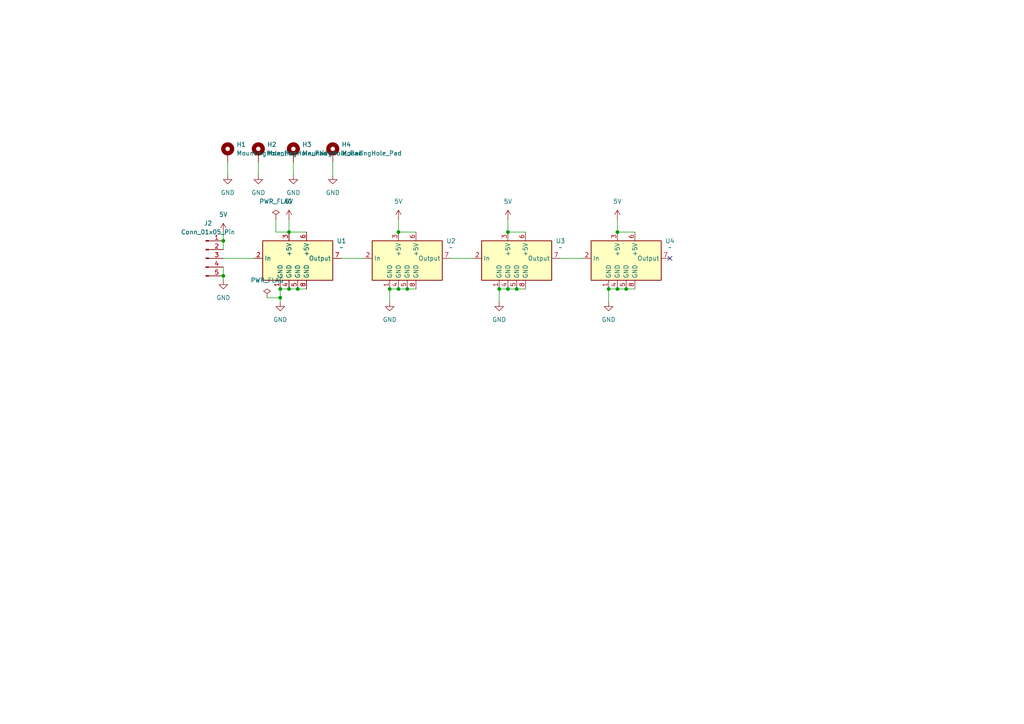
<source format=kicad_sch>
(kicad_sch (version 20231120) (generator "eeschema") (generator_version "8.0")
  (paper "A4")
  (lib_symbols
    (symbol "Connector:Conn_01x05_Pin" (pin_names (offset 1.016) hide)
      (property "Reference" "J" (at 0 7.62 0))
      (property "Value" "Conn_01x05_Pin" (at 0 -7.62 0))
      (symbol "Conn_01x05_Pin_1_1"
        (polyline (pts (xy 1.27 -5.08) (xy 0.8636 -5.08)) (stroke (width 0.1524)))
        (polyline (pts (xy 1.27 -2.54) (xy 0.8636 -2.54)) (stroke (width 0.1524)))
        (polyline (pts (xy 1.27 0) (xy 0.8636 0)) (stroke (width 0.1524)))
        (polyline (pts (xy 1.27 2.54) (xy 0.8636 2.54)) (stroke (width 0.1524)))
        (polyline (pts (xy 1.27 5.08) (xy 0.8636 5.08)) (stroke (width 0.1524)))
        (rectangle (start 0.8636 -4.953) (end 0 -5.207) (stroke (width 0.1524)) (fill (type outline)))
        (rectangle (start 0.8636 -2.413) (end 0 -2.667) (stroke (width 0.1524)) (fill (type outline)))
        (rectangle (start 0.8636 0.127) (end 0 -0.127) (stroke (width 0.1524)) (fill (type outline)))
        (rectangle (start 0.8636 2.667) (end 0 2.413) (stroke (width 0.1524)) (fill (type outline)))
        (rectangle (start 0.8636 5.207) (end 0 4.953) (stroke (width 0.1524)) (fill (type outline)))
        (pin passive line (at 5.08 5.08 180) (length 3.81) (name "Pin_1") (number "1"))
        (pin passive line (at 5.08 2.54 180) (length 3.81) (name "Pin_2") (number "2"))
        (pin passive line (at 5.08 0 180) (length 3.81) (name "Pin_3") (number "3"))
        (pin passive line (at 5.08 -2.54 180) (length 3.81) (name "Pin_4") (number "4"))
        (pin passive line (at 5.08 -5.08 180) (length 3.81) (name "Pin_5") (number "5"))
      )
    )
    (symbol "Mechanical:MountingHole_Pad" (pin_numbers hide) (pin_names (offset 1.016) hide) (exclude_from_sim yes) (in_bom no)
      (property "Reference" "H" (at 0 6.35 0))
      (property "Value" "MountingHole_Pad" (at 0 4.445 0))
      (symbol "MountingHole_Pad_0_1"
        (circle (center 0 1.27) (radius 1.27) (stroke (width 1.27)))
      )
      (symbol "MountingHole_Pad_1_1"
        (pin input line (at 0 -2.54 90) (length 2.54) (name "1") (number "1"))
      )
    )
    (symbol "WS2812b_4x4_Matrix_1"
      (property "Reference" "U" (at 0 -36.83 0))
      (symbol "WS2812b_4x4_Matrix_1_0_1"
        (rectangle (start -10.16 -44.45) (end 10.16 -55.88) (stroke (width 0.254)) (fill (type background)))
      )
      (symbol "WS2812b_4x4_Matrix_1_1_1"
        (pin power_in line (at -5.08 -58.42 90) (length 2.54) (name "GND") (number "1"))
        (pin input line (at -12.7 -49.53 0) (length 2.54) (name "In") (number "2"))
        (pin power_in line (at -2.54 -41.91 270) (length 2.54) (name "+5V") (number "3"))
        (pin power_in line (at -2.54 -58.42 90) (length 2.54) (name "GND") (number "4"))
        (pin power_in line (at 0 -58.42 90) (length 2.54) (name "GND") (number "5"))
        (pin power_in line (at 2.54 -41.91 270) (length 2.54) (name "+5V") (number "6"))
        (pin output line (at 12.7 -49.53 180) (length 2.54) (name "Output") (number "7"))
        (pin power_in line (at 2.54 -58.42 90) (length 2.54) (name "GND") (number "8"))
      )
    )
    (symbol "WS2812b_4x4_Matrix_2"
      (property "Reference" "U" (at 0 -36.83 0))
      (symbol "WS2812b_4x4_Matrix_2_0_1"
        (rectangle (start -10.16 -44.45) (end 10.16 -55.88) (stroke (width 0.254)) (fill (type background)))
      )
      (symbol "WS2812b_4x4_Matrix_2_1_1"
        (pin power_in line (at -5.08 -58.42 90) (length 2.54) (name "GND") (number "1"))
        (pin input line (at -12.7 -49.53 0) (length 2.54) (name "In") (number "2"))
        (pin power_in line (at -2.54 -41.91 270) (length 2.54) (name "+5V") (number "3"))
        (pin power_in line (at -2.54 -58.42 90) (length 2.54) (name "GND") (number "4"))
        (pin power_in line (at 0 -58.42 90) (length 2.54) (name "GND") (number "5"))
        (pin power_in line (at 2.54 -41.91 270) (length 2.54) (name "+5V") (number "6"))
        (pin output line (at 12.7 -49.53 180) (length 2.54) (name "Output") (number "7"))
        (pin power_in line (at 2.54 -58.42 90) (length 2.54) (name "GND") (number "8"))
      )
    )
    (symbol "WS2812b_4x4_Matrix_3"
      (property "Reference" "U" (at 0 -36.83 0))
      (symbol "WS2812b_4x4_Matrix_3_0_1"
        (rectangle (start -10.16 -44.45) (end 10.16 -55.88) (stroke (width 0.254)) (fill (type background)))
      )
      (symbol "WS2812b_4x4_Matrix_3_1_1"
        (pin power_in line (at -5.08 -58.42 90) (length 2.54) (name "GND") (number "1"))
        (pin input line (at -12.7 -49.53 0) (length 2.54) (name "In") (number "2"))
        (pin power_in line (at -2.54 -41.91 270) (length 2.54) (name "+5V") (number "3"))
        (pin power_in line (at -2.54 -58.42 90) (length 2.54) (name "GND") (number "4"))
        (pin power_in line (at 0 -58.42 90) (length 2.54) (name "GND") (number "5"))
        (pin power_in line (at 2.54 -41.91 270) (length 2.54) (name "+5V") (number "6"))
        (pin output line (at 12.7 -49.53 180) (length 2.54) (name "Output") (number "7"))
        (pin power_in line (at 2.54 -58.42 90) (length 2.54) (name "GND") (number "8"))
      )
    )
    (symbol "my_library:WS2812b_4x4_Matrix"
      (property "Reference" "U" (at 0 -36.83 0))
      (symbol "WS2812b_4x4_Matrix_0_1"
        (rectangle (start -10.16 -44.45) (end 10.16 -55.88) (stroke (width 0.254)) (fill (type background)))
      )
      (symbol "WS2812b_4x4_Matrix_1_1"
        (pin power_in line (at -5.08 -58.42 90) (length 2.54) (name "GND") (number "1"))
        (pin input line (at -12.7 -49.53 0) (length 2.54) (name "In") (number "2"))
        (pin power_in line (at -2.54 -41.91 270) (length 2.54) (name "+5V") (number "3"))
        (pin power_in line (at -2.54 -58.42 90) (length 2.54) (name "GND") (number "4"))
        (pin power_in line (at 0 -58.42 90) (length 2.54) (name "GND") (number "5"))
        (pin power_in line (at 2.54 -41.91 270) (length 2.54) (name "+5V") (number "6"))
        (pin output line (at 12.7 -49.53 180) (length 2.54) (name "Output") (number "7"))
        (pin power_in line (at 2.54 -58.42 90) (length 2.54) (name "GND") (number "8"))
      )
    )
    (symbol "power:GND" (power) (pin_numbers hide) (pin_names (offset 0) hide)
      (property "Value" "GND" (at 0 -3.81 0))
      (symbol "GND_0_1"
        (polyline (pts (xy 0 0) (xy 0 -1.27) (xy 1.27 -1.27) (xy 0 -2.54) (xy -1.27 -1.27) (xy 0 -1.27)))
      )
      (symbol "GND_1_1"
        (pin power_in line (at 0 0 270) (length 0) (name "~") (number "1"))
      )
    )
    (symbol "power:PWR_FLAG" (power) (pin_numbers hide) (pin_names (offset 0) hide)
      (property "Value" "PWR_FLAG" (at 0 3.81 0))
      (symbol "PWR_FLAG_0_0"
        (pin power_out line (at 0 0 90) (length 0) (name "~") (number "1"))
      )
      (symbol "PWR_FLAG_0_1"
        (polyline (pts (xy 0 0) (xy 0 1.27) (xy -1.016 1.905) (xy 0 2.54) (xy 1.016 1.905) (xy 0 1.27)))
      )
    )
    (symbol "power:VCC" (power) (pin_numbers hide) (pin_names (offset 0) hide)
      (property "Value" "VCC" (at 0 3.556 0))
      (symbol "VCC_0_1"
        (polyline (pts (xy -0.762 1.27) (xy 0 2.54)))
        (polyline (pts (xy 0 0) (xy 0 2.54)))
        (polyline (pts (xy 0 2.54) (xy 0.762 1.27)))
      )
      (symbol "VCC_1_1"
        (pin power_in line (at 0 0 90) (length 0) (name "~") (number "1"))
      )
    )
  )
  (junction (at 83.82 83.82))
  (junction (at 181.61 83.82))
  (junction (at 115.57 67.31))
  (junction (at 149.86 83.82))
  (junction (at 81.28 86.36))
  (junction (at 64.77 69.85))
  (junction (at 144.78 83.82))
  (junction (at 179.07 67.31))
  (junction (at 81.28 83.82))
  (junction (at 115.57 83.82))
  (junction (at 147.32 83.82))
  (junction (at 147.32 67.31))
  (junction (at 113.03 83.82))
  (junction (at 83.82 67.31))
  (junction (at 176.53 83.82))
  (junction (at 64.77 80.01))
  (junction (at 118.11 83.82))
  (junction (at 179.07 83.82))
  (junction (at 86.36 83.82))
  (no_connect (at 194.31 74.93))
  (wire (pts (xy 83.82 63.5) (xy 83.82 67.31)))
  (wire (pts (xy 64.77 74.93) (xy 73.66 74.93)))
  (wire (pts (xy 64.77 80.01) (xy 64.77 81.28)))
  (wire (pts (xy 99.06 74.93) (xy 105.41 74.93)))
  (wire (pts (xy 179.07 63.5) (xy 179.07 67.31)))
  (wire (pts (xy 96.52 46.99) (xy 96.52 50.8)))
  (wire (pts (xy 115.57 83.82) (xy 118.11 83.82)))
  (wire (pts (xy 176.53 83.82) (xy 179.07 83.82)))
  (wire (pts (xy 64.77 69.85) (xy 64.77 72.39)))
  (wire (pts (xy 66.04 46.99) (xy 66.04 50.8)))
  (wire (pts (xy 115.57 63.5) (xy 115.57 67.31)))
  (wire (pts (xy 80.01 63.5) (xy 80.01 67.31)))
  (wire (pts (xy 118.11 83.82) (xy 120.65 83.82)))
  (wire (pts (xy 179.07 67.31) (xy 184.15 67.31)))
  (wire (pts (xy 85.09 46.99) (xy 85.09 50.8)))
  (wire (pts (xy 181.61 83.82) (xy 184.15 83.82)))
  (wire (pts (xy 130.81 74.93) (xy 137.16 74.93)))
  (wire (pts (xy 144.78 83.82) (xy 144.78 87.63)))
  (wire (pts (xy 162.56 74.93) (xy 168.91 74.93)))
  (wire (pts (xy 64.77 67.31) (xy 64.77 69.85)))
  (wire (pts (xy 64.77 77.47) (xy 64.77 80.01)))
  (wire (pts (xy 80.01 67.31) (xy 83.82 67.31)))
  (wire (pts (xy 83.82 67.31) (xy 88.9 67.31)))
  (wire (pts (xy 81.28 83.82) (xy 83.82 83.82)))
  (wire (pts (xy 81.28 83.82) (xy 81.28 86.36)))
  (wire (pts (xy 147.32 67.31) (xy 152.4 67.31)))
  (wire (pts (xy 115.57 67.31) (xy 120.65 67.31)))
  (wire (pts (xy 113.03 83.82) (xy 115.57 83.82)))
  (wire (pts (xy 113.03 83.82) (xy 113.03 87.63)))
  (wire (pts (xy 83.82 83.82) (xy 86.36 83.82)))
  (wire (pts (xy 81.28 86.36) (xy 81.28 87.63)))
  (wire (pts (xy 179.07 83.82) (xy 181.61 83.82)))
  (wire (pts (xy 77.47 86.36) (xy 81.28 86.36)))
  (wire (pts (xy 176.53 83.82) (xy 176.53 87.63)))
  (wire (pts (xy 147.32 63.5) (xy 147.32 67.31)))
  (wire (pts (xy 149.86 83.82) (xy 152.4 83.82)))
  (wire (pts (xy 74.93 46.99) (xy 74.93 50.8)))
  (wire (pts (xy 147.32 83.82) (xy 149.86 83.82)))
  (wire (pts (xy 144.78 83.82) (xy 147.32 83.82)))
  (wire (pts (xy 86.36 83.82) (xy 88.9 83.82)))
  (symbol (lib_id "power:GND") (at 74.93 50.8 0) (unit 1)
    (property "Reference" "#PWR012" (effects (hide yes)))
    (property "Value" "GND" (at 74.93 55.88 0))
    (property "Description" "Power symbol creates a global label with name \"GND\" , ground" (effects (hide yes)))
  )
  (symbol (lib_id "Connector:Conn_01x05_Pin") (at 59.69 74.93 0) (unit 1)
    (property "Reference" "J2" (at 60.325 64.77 0))
    (property "Value" "Conn_01x05_Pin" (at 60.325 67.31 0))
    (property "Footprint" "Connector_PinHeader_2.54mm:PinHeader_1x05_P2.54mm_Vertical" (effects (hide yes)))
    (property "Description" "Generic connector, single row, 01x05, script generated" (effects (hide yes)))
  )
  (symbol (lib_id "power:GND") (at 96.52 50.8 0) (unit 1)
    (property "Reference" "#PWR014" (effects (hide yes)))
    (property "Value" "GND" (at 96.52 55.88 0))
    (property "Description" "Power symbol creates a global label with name \"GND\" , ground" (effects (hide yes)))
  )
  (symbol (lib_id "power:GND") (at 64.77 81.28 0) (unit 1)
    (property "Reference" "#PWR02" (effects (hide yes)))
    (property "Value" "GND" (at 64.77 86.36 0))
    (property "Description" "Power symbol creates a global label with name \"GND\" , ground" (effects (hide yes)))
  )
  (symbol (lib_id "power:VCC") (at 115.57 63.5 0) (unit 1)
    (property "Reference" "#PWR06" (effects (hide yes)))
    (property "Value" "5V" (at 115.57 58.42 0))
    (property "Description" "Power symbol creates a global label with name \"VCC\"" (effects (hide yes)))
  )
  (symbol (lib_id "power:PWR_FLAG") (at 80.01 63.5 0) (unit 1)
    (property "Reference" "#FLG01" (effects (hide yes)))
    (property "Value" "PWR_FLAG" (at 80.01 58.42 0))
    (property "Description" "Special symbol for telling ERC where power comes from" (effects (hide yes)))
  )
  (symbol (lib_id "power:GND") (at 81.28 87.63 0) (unit 1)
    (property "Reference" "#PWR04" (effects (hide yes)))
    (property "Value" "GND" (at 81.28 92.71 0))
    (property "Description" "Power symbol creates a global label with name \"GND\" , ground" (effects (hide yes)))
  )
  (symbol (lib_id "power:VCC") (at 179.07 63.5 0) (unit 1)
    (property "Reference" "#PWR010" (effects (hide yes)))
    (property "Value" "5V" (at 179.07 58.42 0))
    (property "Description" "Power symbol creates a global label with name \"VCC\"" (effects (hide yes)))
  )
  (symbol (lib_id "Mechanical:MountingHole_Pad") (at 96.52 44.45 0) (unit 1) (exclude_from_sim yes) (in_bom no)
    (property "Reference" "H4" (at 99.06 41.9099 0) (effects (justify left)))
    (property "Value" "MountingHole_Pad" (at 99.06 44.4499 0) (effects (justify left)))
    (property "Footprint" "MountingHole:MountingHole_3.2mm_M3_DIN965_Pad" (effects (hide yes)))
    (property "Description" "Mounting Hole with connection" (effects (hide yes)))
  )
  (symbol (lib_id "Mechanical:MountingHole_Pad") (at 74.93 44.45 0) (unit 1) (exclude_from_sim yes) (in_bom no)
    (property "Reference" "H2" (at 77.47 41.9099 0) (effects (justify left)))
    (property "Value" "MountingHole_Pad" (at 77.47 44.4499 0) (effects (justify left)))
    (property "Footprint" "MountingHole:MountingHole_3.2mm_M3_DIN965_Pad" (effects (hide yes)))
    (property "Description" "Mounting Hole with connection" (effects (hide yes)))
  )
  (symbol (lib_id "my_library:WS2812b_4x4_Matrix") (at 181.61 25.4 0) (unit 1)
    (property "Reference" "U4" (at 194.31 69.8814 0))
    (property "Value" "~" (at 194.31 71.7865 0))
    (property "Footprint" "my_library:WS2812b_4x4_matrix" (effects (hide yes)))
    (property "Description" "Symbol for a 4x4 matrix of WS2812b RGB LEDs" (effects (hide yes)))
  )
  (symbol (lib_id "power:GND") (at 66.04 50.8 0) (unit 1)
    (property "Reference" "#PWR011" (effects (hide yes)))
    (property "Value" "GND" (at 66.04 55.88 0))
    (property "Description" "Power symbol creates a global label with name \"GND\" , ground" (effects (hide yes)))
  )
  (symbol (lib_id "power:VCC") (at 147.32 63.5 0) (unit 1)
    (property "Reference" "#PWR08" (effects (hide yes)))
    (property "Value" "5V" (at 147.32 58.42 0))
    (property "Description" "Power symbol creates a global label with name \"VCC\"" (effects (hide yes)))
  )
  (symbol (lib_id "power:GND") (at 85.09 50.8 0) (unit 1)
    (property "Reference" "#PWR013" (effects (hide yes)))
    (property "Value" "GND" (at 85.09 55.88 0))
    (property "Description" "Power symbol creates a global label with name \"GND\" , ground" (effects (hide yes)))
  )
  (symbol (lib_id "power:VCC") (at 64.77 67.31 0) (unit 1)
    (property "Reference" "#PWR01" (effects (hide yes)))
    (property "Value" "5V" (at 64.77 62.23 0))
    (property "Description" "Power symbol creates a global label with name \"VCC\"" (effects (hide yes)))
  )
  (symbol (lib_id "power:VCC") (at 83.82 63.5 0) (unit 1)
    (property "Reference" "#PWR03" (effects (hide yes)))
    (property "Value" "5V" (at 83.82 58.42 0))
    (property "Description" "Power symbol creates a global label with name \"VCC\"" (effects (hide yes)))
  )
  (symbol (lib_id "power:GND") (at 144.78 87.63 0) (unit 1)
    (property "Reference" "#PWR07" (effects (hide yes)))
    (property "Value" "GND" (at 144.78 92.71 0))
    (property "Description" "Power symbol creates a global label with name \"GND\" , ground" (effects (hide yes)))
  )
  (symbol (lib_name "WS2812b_4x4_Matrix_1") (lib_id "my_library:WS2812b_4x4_Matrix") (at 86.36 25.4 0) (unit 1)
    (property "Reference" "U1" (at 99.06 69.8814 0))
    (property "Value" "~" (at 99.06 71.7865 0))
    (property "Footprint" "my_library:WS2812b_4x4_matrix" (effects (hide yes)))
    (property "Description" "Symbol for a 4x4 matrix of WS2812b RGB LEDs" (effects (hide yes)))
  )
  (symbol (lib_id "Mechanical:MountingHole_Pad") (at 85.09 44.45 0) (unit 1) (exclude_from_sim yes) (in_bom no)
    (property "Reference" "H3" (at 87.63 41.9099 0) (effects (justify left)))
    (property "Value" "MountingHole_Pad" (at 87.63 44.4499 0) (effects (justify left)))
    (property "Footprint" "MountingHole:MountingHole_3.2mm_M3_DIN965_Pad" (effects (hide yes)))
    (property "Description" "Mounting Hole with connection" (effects (hide yes)))
  )
  (symbol (lib_name "WS2812b_4x4_Matrix_3") (lib_id "my_library:WS2812b_4x4_Matrix") (at 149.86 25.4 0) (unit 1)
    (property "Reference" "U3" (at 162.56 69.8814 0))
    (property "Value" "~" (at 162.56 71.7865 0))
    (property "Footprint" "my_library:WS2812b_4x4_matrix" (effects (hide yes)))
    (property "Description" "Symbol for a 4x4 matrix of WS2812b RGB LEDs" (effects (hide yes)))
  )
  (symbol (lib_id "power:PWR_FLAG") (at 77.47 86.36 0) (unit 1)
    (property "Reference" "#FLG02" (effects (hide yes)))
    (property "Value" "PWR_FLAG" (at 77.47 81.28 0))
    (property "Description" "Special symbol for telling ERC where power comes from" (effects (hide yes)))
  )
  (symbol (lib_id "power:GND") (at 113.03 87.63 0) (unit 1)
    (property "Reference" "#PWR05" (effects (hide yes)))
    (property "Value" "GND" (at 113.03 92.71 0))
    (property "Description" "Power symbol creates a global label with name \"GND\" , ground" (effects (hide yes)))
  )
  (symbol (lib_id "power:GND") (at 176.53 87.63 0) (unit 1)
    (property "Reference" "#PWR09" (effects (hide yes)))
    (property "Value" "GND" (at 176.53 92.71 0))
    (property "Description" "Power symbol creates a global label with name \"GND\" , ground" (effects (hide yes)))
  )
  (symbol (lib_name "WS2812b_4x4_Matrix_2") (lib_id "my_library:WS2812b_4x4_Matrix") (at 118.11 25.4 0) (unit 1)
    (property "Reference" "U2" (at 130.81 69.8814 0))
    (property "Value" "~" (at 130.81 71.7865 0))
    (property "Footprint" "my_library:WS2812b_4x4_matrix" (effects (hide yes)))
    (property "Description" "Symbol for a 4x4 matrix of WS2812b RGB LEDs" (effects (hide yes)))
  )
  (symbol (lib_id "Mechanical:MountingHole_Pad") (at 66.04 44.45 0) (unit 1) (exclude_from_sim yes) (in_bom no)
    (property "Reference" "H1" (at 68.58 41.9099 0) (effects (justify left)))
    (property "Value" "MountingHole_Pad" (at 68.58 44.4499 0) (effects (justify left)))
    (property "Footprint" "MountingHole:MountingHole_3.2mm_M3_DIN965_Pad" (effects (hide yes)))
    (property "Description" "Mounting Hole with connection" (effects (hide yes)))
  )
)
</source>
